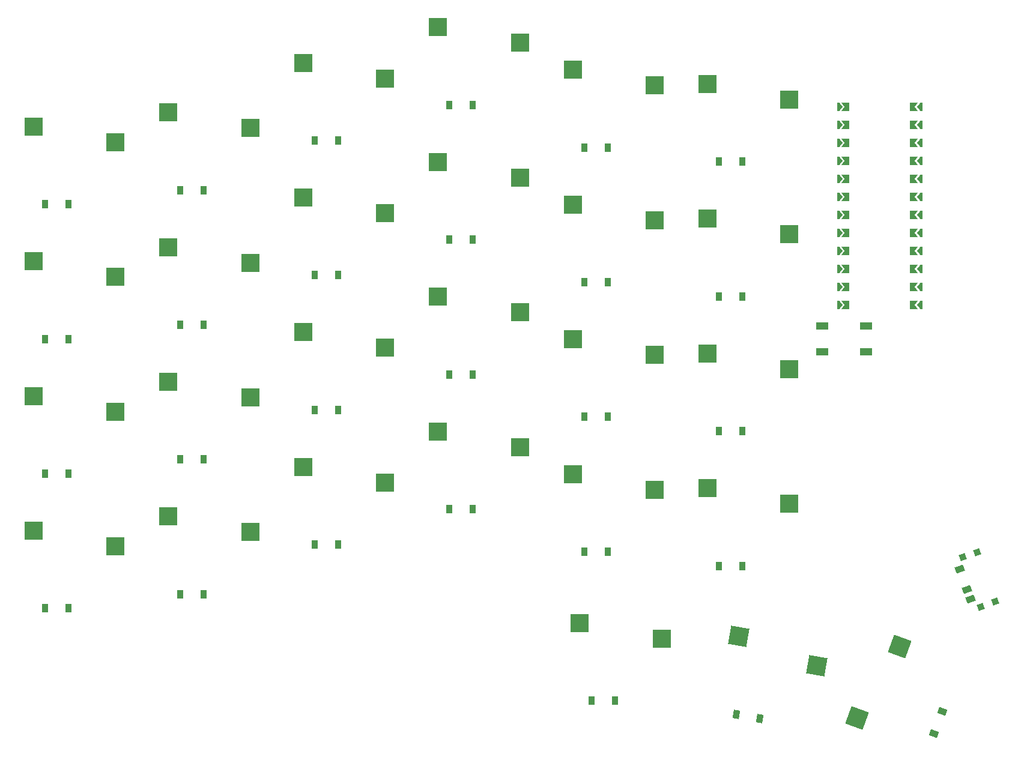
<source format=gbr>
%TF.GenerationSoftware,KiCad,Pcbnew,8.0.5-8.0.5-0~ubuntu20.04.1*%
%TF.CreationDate,2024-10-07T16:46:15+02:00*%
%TF.ProjectId,keyboard_pcb,6b657962-6f61-4726-945f-7063622e6b69,v1.0.0*%
%TF.SameCoordinates,Original*%
%TF.FileFunction,Paste,Bot*%
%TF.FilePolarity,Positive*%
%FSLAX46Y46*%
G04 Gerber Fmt 4.6, Leading zero omitted, Abs format (unit mm)*
G04 Created by KiCad (PCBNEW 8.0.5-8.0.5-0~ubuntu20.04.1) date 2024-10-07 16:46:15*
%MOMM*%
%LPD*%
G01*
G04 APERTURE LIST*
G04 Aperture macros list*
%AMRotRect*
0 Rectangle, with rotation*
0 The origin of the aperture is its center*
0 $1 length*
0 $2 width*
0 $3 Rotation angle, in degrees counterclockwise*
0 Add horizontal line*
21,1,$1,$2,0,0,$3*%
%AMFreePoly0*
4,1,6,0.250000,0.000000,-0.250000,-0.625000,-0.500000,-0.625000,-0.500000,0.625000,-0.250000,0.625000,0.250000,0.000000,0.250000,0.000000,$1*%
%AMFreePoly1*
4,1,6,0.500000,-0.625000,-0.650000,-0.625000,-0.150000,0.000000,-0.650000,0.625000,0.500000,0.625000,0.500000,-0.625000,0.500000,-0.625000,$1*%
G04 Aperture macros list end*
%ADD10R,2.600000X2.600000*%
%ADD11R,0.900000X1.200000*%
%ADD12FreePoly0,180.000000*%
%ADD13FreePoly0,0.000000*%
%ADD14FreePoly1,0.000000*%
%ADD15FreePoly1,180.000000*%
%ADD16RotRect,0.900000X0.900000X290.000000*%
%ADD17RotRect,0.900000X1.250000X290.000000*%
%ADD18RotRect,2.600000X2.600000X70.000000*%
%ADD19RotRect,0.900000X1.200000X70.000000*%
%ADD20R,1.800000X1.100000*%
%ADD21RotRect,0.900000X1.200000X350.000000*%
%ADD22RotRect,2.600000X2.600000X350.000000*%
G04 APERTURE END LIST*
D10*
%TO.C,S1*%
X96725000Y-144050000D03*
X108275000Y-146250000D03*
%TD*%
D11*
%TO.C,D6*%
X117350000Y-134000000D03*
X120650000Y-134000000D03*
%TD*%
D10*
%TO.C,S19*%
X172725000Y-98050000D03*
X184275000Y-100250000D03*
%TD*%
D11*
%TO.C,D10*%
X136350000Y-127000000D03*
X139650000Y-127000000D03*
%TD*%
D12*
%TO.C,MCU1*%
X221500000Y-84300000D03*
X221500000Y-86840000D03*
X221500000Y-89380000D03*
X221500000Y-91920000D03*
X221500000Y-94460000D03*
X221500000Y-97000000D03*
X221500000Y-99540000D03*
X221500000Y-102080000D03*
X221500000Y-104620000D03*
X221500000Y-107160000D03*
X221500000Y-109700000D03*
X221500000Y-112240000D03*
D13*
X210500000Y-112240000D03*
X210500000Y-109700000D03*
X210500000Y-107160000D03*
X210500000Y-104620000D03*
X210500000Y-102080000D03*
X210500000Y-99540000D03*
X210500000Y-97000000D03*
X210500000Y-94460000D03*
X210500000Y-91920000D03*
X210500000Y-89380000D03*
X210500000Y-86840000D03*
X210500000Y-84300000D03*
D14*
X211225000Y-84300000D03*
X211225000Y-86840000D03*
X211225000Y-89380000D03*
X211225000Y-91920000D03*
X211225000Y-94460000D03*
X211225000Y-97000000D03*
X211225000Y-99540000D03*
X211225000Y-102080000D03*
X211225000Y-104620000D03*
X211225000Y-107160000D03*
X211225000Y-109700000D03*
X211225000Y-112240000D03*
D15*
X220775000Y-112240000D03*
X220775000Y-109700000D03*
X220775000Y-107160000D03*
X220775000Y-104620000D03*
X220775000Y-102080000D03*
X220775000Y-99540000D03*
X220775000Y-97000000D03*
X220775000Y-94460000D03*
X220775000Y-91920000D03*
X220775000Y-89380000D03*
X220775000Y-86840000D03*
X220775000Y-84300000D03*
%TD*%
D10*
%TO.C,S8*%
X115725000Y-85050000D03*
X127275000Y-87250000D03*
%TD*%
D11*
%TO.C,D17*%
X174350000Y-147000000D03*
X177650000Y-147000000D03*
%TD*%
D10*
%TO.C,S3*%
X96725000Y-106050000D03*
X108275000Y-108250000D03*
%TD*%
D11*
%TO.C,D23*%
X193350000Y-111000000D03*
X196650000Y-111000000D03*
%TD*%
%TO.C,D2*%
X98350000Y-136000000D03*
X101650000Y-136000000D03*
%TD*%
%TO.C,D21*%
X193350000Y-149000000D03*
X196650000Y-149000000D03*
%TD*%
D16*
%TO.C,T2*%
X229768187Y-147056454D03*
X227700865Y-147808898D03*
X232299135Y-154010180D03*
X230231813Y-154762624D03*
D17*
X227280592Y-149504921D03*
X228306653Y-152324000D03*
X228819683Y-153733539D03*
%TD*%
D11*
%TO.C,D19*%
X174350000Y-109000000D03*
X177650000Y-109000000D03*
%TD*%
%TO.C,D8*%
X117350000Y-96000000D03*
X120650000Y-96000000D03*
%TD*%
D10*
%TO.C,S16*%
X153725000Y-73050000D03*
X165275000Y-75250000D03*
%TD*%
%TO.C,S4*%
X96725000Y-87050000D03*
X108275000Y-89250000D03*
%TD*%
D11*
%TO.C,D11*%
X136350000Y-108000000D03*
X139650000Y-108000000D03*
%TD*%
D10*
%TO.C,S2*%
X96725000Y-125050000D03*
X108275000Y-127250000D03*
%TD*%
%TO.C,S24*%
X191725000Y-81050000D03*
X203275000Y-83250000D03*
%TD*%
D18*
%TO.C,S27*%
X212821964Y-170453458D03*
X218839620Y-160352453D03*
%TD*%
D11*
%TO.C,D15*%
X155350000Y-103000000D03*
X158650000Y-103000000D03*
%TD*%
%TO.C,D18*%
X174350000Y-128000000D03*
X177650000Y-128000000D03*
%TD*%
D19*
%TO.C,D27*%
X223667381Y-172671578D03*
X224796047Y-169570592D03*
%TD*%
D11*
%TO.C,D25*%
X175350000Y-168000000D03*
X178650000Y-168000000D03*
%TD*%
%TO.C,D14*%
X155350000Y-122000000D03*
X158650000Y-122000000D03*
%TD*%
D10*
%TO.C,S20*%
X172725000Y-79050000D03*
X184275000Y-81250000D03*
%TD*%
%TO.C,S11*%
X134725000Y-97050000D03*
X146275000Y-99250000D03*
%TD*%
%TO.C,S9*%
X134725000Y-135050000D03*
X146275000Y-137250000D03*
%TD*%
%TO.C,S12*%
X134725000Y-78050000D03*
X146275000Y-80250000D03*
%TD*%
D11*
%TO.C,D12*%
X136350000Y-89000000D03*
X139650000Y-89000000D03*
%TD*%
D10*
%TO.C,S10*%
X134725000Y-116050000D03*
X146275000Y-118250000D03*
%TD*%
D20*
%TO.C,B2*%
X207900000Y-115150000D03*
X214100000Y-115150000D03*
X207900000Y-118850000D03*
X214100000Y-118850000D03*
%TD*%
D11*
%TO.C,D13*%
X155350000Y-141000000D03*
X158650000Y-141000000D03*
%TD*%
D10*
%TO.C,S5*%
X115725000Y-142050000D03*
X127275000Y-144250000D03*
%TD*%
%TO.C,S13*%
X153725000Y-130050000D03*
X165275000Y-132250000D03*
%TD*%
%TO.C,S17*%
X172725000Y-136050000D03*
X184275000Y-138250000D03*
%TD*%
D11*
%TO.C,D24*%
X193350000Y-92000000D03*
X196650000Y-92000000D03*
%TD*%
D10*
%TO.C,S21*%
X191725000Y-138050000D03*
X203275000Y-140250000D03*
%TD*%
D11*
%TO.C,D22*%
X193350000Y-130000000D03*
X196650000Y-130000000D03*
%TD*%
%TO.C,D9*%
X136350000Y-146000000D03*
X139650000Y-146000000D03*
%TD*%
D10*
%TO.C,S18*%
X172725000Y-117050000D03*
X184275000Y-119250000D03*
%TD*%
D11*
%TO.C,D5*%
X117350000Y-153000000D03*
X120650000Y-153000000D03*
%TD*%
D10*
%TO.C,S22*%
X191725000Y-119050000D03*
X203275000Y-121250000D03*
%TD*%
D11*
%TO.C,D3*%
X98350000Y-117000000D03*
X101650000Y-117000000D03*
%TD*%
%TO.C,D4*%
X98350000Y-98000000D03*
X101650000Y-98000000D03*
%TD*%
D10*
%TO.C,S23*%
X191725000Y-100050000D03*
X203275000Y-102250000D03*
%TD*%
D21*
%TO.C,D26*%
X195801281Y-169981731D03*
X199051147Y-170554769D03*
%TD*%
D11*
%TO.C,D7*%
X117350000Y-115000000D03*
X120650000Y-115000000D03*
%TD*%
D10*
%TO.C,S6*%
X115725000Y-123050000D03*
X127275000Y-125250000D03*
%TD*%
%TO.C,S25*%
X173725000Y-157050000D03*
X185275000Y-159250000D03*
%TD*%
D22*
%TO.C,S26*%
X196102416Y-158915907D03*
X207094920Y-163088121D03*
%TD*%
D10*
%TO.C,S7*%
X115725000Y-104050000D03*
X127275000Y-106250000D03*
%TD*%
D11*
%TO.C,D16*%
X155350000Y-84000000D03*
X158650000Y-84000000D03*
%TD*%
%TO.C,D1*%
X98350000Y-155000000D03*
X101650000Y-155000000D03*
%TD*%
D10*
%TO.C,S15*%
X153725000Y-92050000D03*
X165275000Y-94250000D03*
%TD*%
%TO.C,S14*%
X153725000Y-111050000D03*
X165275000Y-113250000D03*
%TD*%
D11*
%TO.C,D20*%
X174350000Y-90000000D03*
X177650000Y-90000000D03*
%TD*%
M02*

</source>
